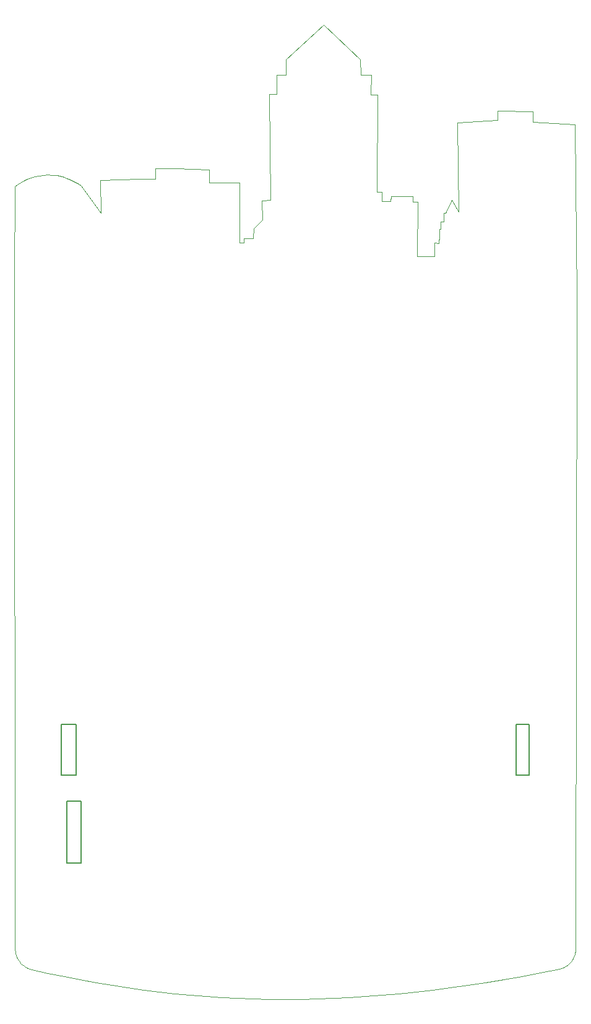
<source format=gbr>
G04 #@! TF.GenerationSoftware,KiCad,Pcbnew,5.1.5*
G04 #@! TF.CreationDate,2020-02-22T18:04:54-06:00*
G04 #@! TF.ProjectId,BSidesIA2020,42536964-6573-4494-9132-3032302e6b69,rev?*
G04 #@! TF.SameCoordinates,Original*
G04 #@! TF.FileFunction,Profile,NP*
%FSLAX46Y46*%
G04 Gerber Fmt 4.6, Leading zero omitted, Abs format (unit mm)*
G04 Created by KiCad (PCBNEW 5.1.5) date 2020-02-22 18:04:54*
%MOMM*%
%LPD*%
G04 APERTURE LIST*
%ADD10C,0.150000*%
%ADD11C,0.100000*%
G04 APERTURE END LIST*
D10*
X116500000Y-133500000D02*
X114500000Y-133500000D01*
X116500000Y-142000000D02*
X116500000Y-133500000D01*
X114500000Y-142000000D02*
X116500000Y-142000000D01*
X114500000Y-133500000D02*
X114500000Y-142000000D01*
X177750000Y-123000000D02*
X176000000Y-123000000D01*
X177750000Y-130000000D02*
X177750000Y-123000000D01*
X176000000Y-130000000D02*
X177750000Y-130000000D01*
X176000000Y-123000000D02*
X176000000Y-130000000D01*
X115750000Y-130000000D02*
X115750000Y-123000000D01*
X113750000Y-130000000D02*
X115750000Y-130000000D01*
X113750000Y-123000000D02*
X113750000Y-130000000D01*
X115750000Y-123000000D02*
X113750000Y-123000000D01*
D11*
X184141762Y-153570060D02*
X184244346Y-64674535D01*
X184244346Y-64674535D02*
X184055968Y-41013280D01*
X184055968Y-41013280D02*
X178304318Y-40620597D01*
X178304318Y-40620597D02*
X178281218Y-39211558D01*
X178281218Y-39211558D02*
X173476628Y-39119158D01*
X173476628Y-39119158D02*
X173453528Y-40412702D01*
X173453528Y-40412702D02*
X167979068Y-40782286D01*
X167979068Y-40782286D02*
X168117658Y-52909264D01*
X168117658Y-52909264D02*
X167216798Y-51361630D01*
X167216798Y-51361630D02*
X166315938Y-53117155D01*
X166315938Y-53117155D02*
X166038748Y-53117152D01*
X166038748Y-53117152D02*
X166084948Y-54295201D01*
X166084948Y-54295201D02*
X165646068Y-54318301D01*
X165646068Y-54318301D02*
X165646068Y-55288459D01*
X165646068Y-55288459D02*
X165461268Y-55311559D01*
X165461268Y-55311559D02*
X165484368Y-56743698D01*
X165484368Y-56743698D02*
X165368878Y-56743698D01*
X165368878Y-56743698D02*
X165391978Y-57228778D01*
X165391978Y-57228778D02*
X164837598Y-57205678D01*
X164837598Y-57205678D02*
X164837598Y-59053608D01*
X164837598Y-59053608D02*
X162458408Y-59030508D01*
X162458408Y-59030508D02*
X162481508Y-51615726D01*
X162481508Y-51615726D02*
X161834738Y-51615726D01*
X161834738Y-51615726D02*
X161834738Y-50853459D01*
X161834738Y-50853459D02*
X158854958Y-50807259D01*
X158854958Y-50807259D02*
X158831858Y-51477130D01*
X158831858Y-51477130D02*
X157607618Y-51454030D01*
X157607618Y-51454030D02*
X157607618Y-51061347D01*
X157607618Y-51061347D02*
X157607618Y-50229783D01*
X157607618Y-50229783D02*
X156960838Y-50229783D01*
X156960838Y-50229783D02*
X157053238Y-36970955D01*
X157053238Y-36970955D02*
X156083088Y-36924755D01*
X156083088Y-36924755D02*
X156129288Y-34245270D01*
X156129288Y-34245270D02*
X154697148Y-34199070D01*
X154697148Y-34199070D02*
X154650948Y-32120160D01*
X154650948Y-32120160D02*
X149661558Y-27361765D01*
X149661558Y-27361765D02*
X144487388Y-32073961D01*
X144487388Y-32073961D02*
X144487388Y-34245268D01*
X144487388Y-34245268D02*
X143193838Y-34245268D01*
X143193838Y-34245268D02*
X143193838Y-36878554D01*
X143193838Y-36878554D02*
X142177488Y-36878554D01*
X142177488Y-36878554D02*
X142408478Y-51338530D01*
X142408478Y-51338530D02*
X141207328Y-51384730D01*
X141207328Y-51384730D02*
X141253528Y-54064214D01*
X141253528Y-54064214D02*
X140098578Y-55219165D01*
X140098578Y-55219165D02*
X139959978Y-56558906D01*
X139959978Y-56558906D02*
X138712638Y-56582006D01*
X138712638Y-56582006D02*
X138712638Y-57205677D01*
X138712638Y-57205677D02*
X138158268Y-57205677D01*
X138158268Y-57205677D02*
X138158268Y-48936236D01*
X138158268Y-48936236D02*
X133977348Y-48913136D01*
X133977348Y-48913136D02*
X134023548Y-47134513D01*
X134023548Y-47134513D02*
X129403748Y-47042113D01*
X129403748Y-47042113D02*
X126654968Y-46995913D01*
X126654968Y-46995913D02*
X126608768Y-48428051D01*
X126608768Y-48428051D02*
X124437458Y-48474251D01*
X124437458Y-48474251D02*
X119124685Y-48612845D01*
X119124685Y-48612845D02*
X119170885Y-53140250D01*
X119170885Y-53140250D02*
X116422104Y-49363563D01*
X116422104Y-49363563D02*
X116099163Y-49141916D01*
X116099163Y-49141916D02*
X115774478Y-48940158D01*
X115774478Y-48940158D02*
X115448487Y-48757756D01*
X115448487Y-48757756D02*
X115121625Y-48594176D01*
X115121625Y-48594176D02*
X114794331Y-48448885D01*
X114794331Y-48448885D02*
X114467041Y-48321349D01*
X114467041Y-48321349D02*
X114140191Y-48211036D01*
X114140191Y-48211036D02*
X113814220Y-48117412D01*
X113814220Y-48117412D02*
X113489563Y-48039944D01*
X113489563Y-48039944D02*
X113166658Y-47978098D01*
X113166658Y-47978098D02*
X112527852Y-47899141D01*
X112527852Y-47899141D02*
X111901297Y-47876275D01*
X111901297Y-47876275D02*
X111290489Y-47905232D01*
X111290489Y-47905232D02*
X110698923Y-47981748D01*
X110698923Y-47981748D02*
X110130096Y-48101555D01*
X110130096Y-48101555D02*
X109587502Y-48260388D01*
X109587502Y-48260388D02*
X109074638Y-48453979D01*
X109074638Y-48453979D02*
X108595000Y-48678063D01*
X108595000Y-48678063D02*
X108152082Y-48928374D01*
X108152082Y-48928374D02*
X107749381Y-49200644D01*
X107749381Y-49200644D02*
X107390393Y-49490608D01*
X107390393Y-49490608D02*
X107344193Y-62033486D01*
X107344193Y-62033486D02*
X107408663Y-153611690D01*
X107408663Y-153611690D02*
X107417598Y-153874776D01*
X107417598Y-153874776D02*
X107447929Y-154131606D01*
X107447929Y-154131606D02*
X107498916Y-154381260D01*
X107498916Y-154381260D02*
X107569815Y-154622821D01*
X107569815Y-154622821D02*
X107659888Y-154855369D01*
X107659888Y-154855369D02*
X107768392Y-155077986D01*
X107768392Y-155077986D02*
X107894585Y-155289754D01*
X107894585Y-155289754D02*
X108037728Y-155489754D01*
X108037728Y-155489754D02*
X108197079Y-155677067D01*
X108197079Y-155677067D02*
X108371895Y-155850776D01*
X108371895Y-155850776D02*
X108561438Y-156009961D01*
X108561438Y-156009961D02*
X108764964Y-156153705D01*
X108764964Y-156153705D02*
X108981733Y-156281088D01*
X108981733Y-156281088D02*
X109211004Y-156391192D01*
X109211004Y-156391192D02*
X109452035Y-156483099D01*
X109452035Y-156483099D02*
X109704086Y-156555890D01*
X109704086Y-156555890D02*
X111927310Y-157043891D01*
X111927310Y-157043891D02*
X114133491Y-157501218D01*
X114133491Y-157501218D02*
X116324545Y-157927777D01*
X116324545Y-157927777D02*
X118502386Y-158323476D01*
X118502386Y-158323476D02*
X120668931Y-158688220D01*
X120668931Y-158688220D02*
X122826095Y-159021916D01*
X122826095Y-159021916D02*
X124975793Y-159324470D01*
X124975793Y-159324470D02*
X127119942Y-159595788D01*
X127119942Y-159595788D02*
X129260457Y-159835777D01*
X129260457Y-159835777D02*
X131399253Y-160044343D01*
X131399253Y-160044343D02*
X133538246Y-160221392D01*
X133538246Y-160221392D02*
X135679352Y-160366831D01*
X135679352Y-160366831D02*
X137824487Y-160480566D01*
X137824487Y-160480566D02*
X139975565Y-160562503D01*
X139975565Y-160562503D02*
X142134502Y-160612549D01*
X142134502Y-160612549D02*
X144303214Y-160630610D01*
X144303214Y-160630610D02*
X146483617Y-160616592D01*
X146483617Y-160616592D02*
X148677627Y-160570402D01*
X148677627Y-160570402D02*
X150887158Y-160491946D01*
X150887158Y-160491946D02*
X153114126Y-160381130D01*
X153114126Y-160381130D02*
X155360447Y-160237861D01*
X155360447Y-160237861D02*
X157628037Y-160062045D01*
X157628037Y-160062045D02*
X159918811Y-159853588D01*
X159918811Y-159853588D02*
X162234685Y-159612397D01*
X162234685Y-159612397D02*
X164577574Y-159338378D01*
X164577574Y-159338378D02*
X166949394Y-159031437D01*
X166949394Y-159031437D02*
X169352060Y-158691480D01*
X169352060Y-158691480D02*
X171787489Y-158318415D01*
X171787489Y-158318415D02*
X174257595Y-157912147D01*
X174257595Y-157912147D02*
X176764295Y-157472583D01*
X176764295Y-157472583D02*
X179309503Y-156999628D01*
X179309503Y-156999628D02*
X181895136Y-156493190D01*
X181895136Y-156493190D02*
X182141490Y-156422077D01*
X182141490Y-156422077D02*
X182377054Y-156330756D01*
X182377054Y-156330756D02*
X182601115Y-156220370D01*
X182601115Y-156220370D02*
X182812957Y-156092060D01*
X182812957Y-156092060D02*
X183011865Y-155946969D01*
X183011865Y-155946969D02*
X183197124Y-155786240D01*
X183197124Y-155786240D02*
X183368020Y-155611013D01*
X183368020Y-155611013D02*
X183523838Y-155422433D01*
X183523838Y-155422433D02*
X183663862Y-155221640D01*
X183663862Y-155221640D02*
X183787378Y-155009777D01*
X183787378Y-155009777D02*
X183893671Y-154787987D01*
X183893671Y-154787987D02*
X183982026Y-154557411D01*
X183982026Y-154557411D02*
X184051727Y-154319192D01*
X184051727Y-154319192D02*
X184102061Y-154074473D01*
X184102061Y-154074473D02*
X184132313Y-153824394D01*
X184132313Y-153824394D02*
X184141766Y-153570100D01*
X184141766Y-153570100D02*
X184141762Y-153570060D01*
M02*

</source>
